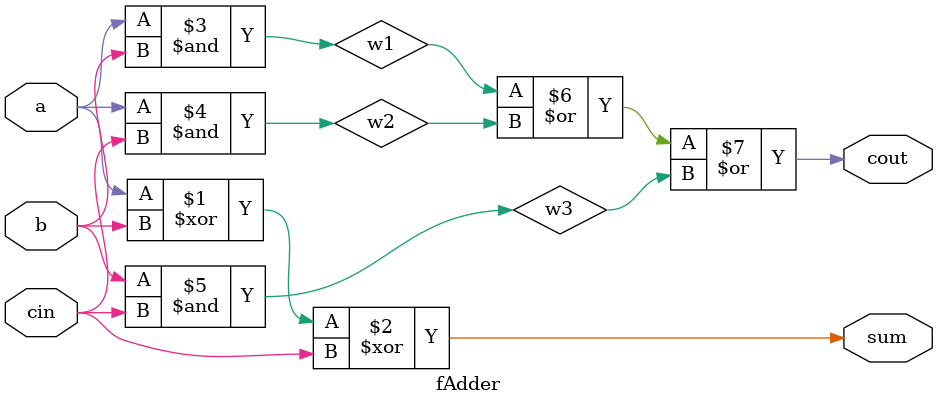
<source format=v>
module fAdder(a, b, cin, sum, cout);

	input a, b, cin;
	
	output sum, cout;
	
	wire w1, w2, w3;
	
	xor xor1(sum, a, b, cin);
	and and1(w1, a, b);
	and and2(w2, a, cin);
	and and3(w3, b, cin);
	or or1(cout, w1, w2, w3);
	
endmodule
</source>
